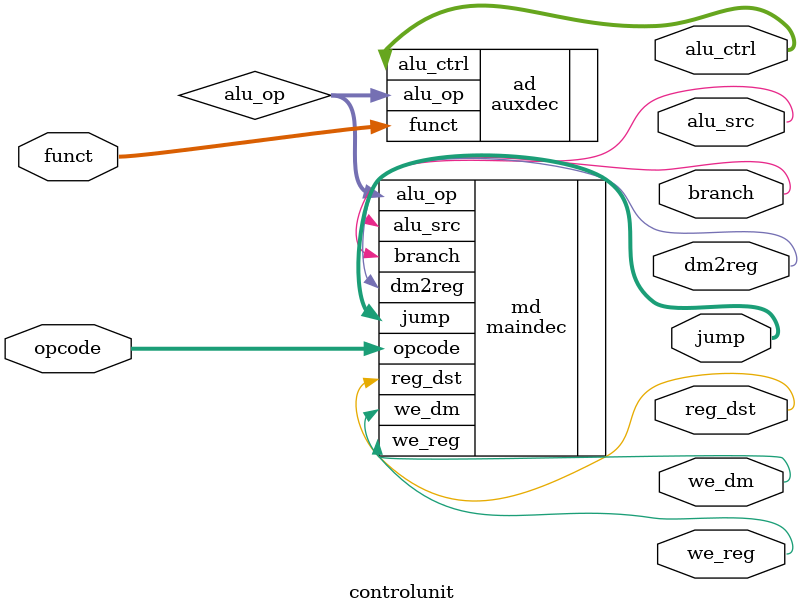
<source format=v>
module controlunit (
        input  wire [5:0]  opcode,
        input  wire [5:0]  funct,
        output wire        branch,
        output wire [1:0]  jump,
        output wire        reg_dst,
        output wire        we_reg,
        output wire        alu_src,
        output wire        we_dm,
        output wire        dm2reg,
        output wire [2:0]  alu_ctrl
    );
    
    wire [1:0] alu_op;

    maindec md (
        .opcode         (opcode),
        .branch         (branch),
        .jump           (jump),
        .reg_dst        (reg_dst),
        .we_reg         (we_reg),
        .alu_src        (alu_src),
        .we_dm          (we_dm),
        .dm2reg         (dm2reg),
        .alu_op         (alu_op)
    );

    auxdec ad (
        .alu_op         (alu_op),
        .funct          (funct),
        .alu_ctrl       (alu_ctrl)
    );

endmodule
</source>
